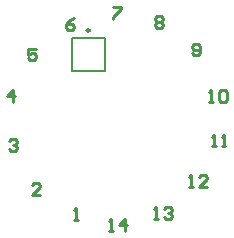
<source format=gto>
G04 Layer_Color=65535*
%FSLAX25Y25*%
%MOIN*%
G70*
G01*
G75*
%ADD13C,0.00984*%
%ADD14C,0.00787*%
%ADD15C,0.01000*%
D13*
X-7283Y31496D02*
G03*
X-7283Y31496I-492J0D01*
G01*
D14*
X-13287Y17913D02*
Y28937D01*
X-13287Y17913D02*
X-2264D01*
Y28937D01*
X-13287Y28937D02*
X-2264D01*
D15*
X-12598Y-31791D02*
X-11287D01*
X-11942D01*
Y-27856D01*
X-12598Y-28512D01*
X-23754Y-23327D02*
X-26378D01*
X-23754Y-20703D01*
Y-20047D01*
X-24410Y-19391D01*
X-25722D01*
X-26378Y-20047D01*
X-34055Y-5480D02*
X-33399Y-4824D01*
X-32087D01*
X-31431Y-5480D01*
Y-6136D01*
X-32087Y-6792D01*
X-32743D01*
X-32087D01*
X-31431Y-7448D01*
Y-8104D01*
X-32087Y-8760D01*
X-33399D01*
X-34055Y-8104D01*
X-32875Y7677D02*
Y11613D01*
X-34843Y9645D01*
X-32219D01*
X-25231Y25392D02*
X-27854D01*
Y23425D01*
X-26542Y24081D01*
X-25886D01*
X-25231Y23425D01*
Y22113D01*
X-25886Y21457D01*
X-27198D01*
X-27854Y22113D01*
X-12534Y35530D02*
X-13846Y34874D01*
X-15157Y33562D01*
Y32250D01*
X-14502Y31594D01*
X-13190D01*
X-12534Y32250D01*
Y32906D01*
X-13190Y33562D01*
X-15157D01*
X492Y39270D02*
X3116D01*
Y38614D01*
X492Y35991D01*
Y35335D01*
X14567Y35465D02*
X15223Y36121D01*
X16535D01*
X17191Y35465D01*
Y34809D01*
X16535Y34153D01*
X17191Y33497D01*
Y32841D01*
X16535Y32185D01*
X15223D01*
X14567Y32841D01*
Y33497D01*
X15223Y34153D01*
X14567Y34809D01*
Y35465D01*
X15223Y34153D02*
X16535D01*
X26870Y23786D02*
X27526Y23130D01*
X28838D01*
X29494Y23786D01*
Y26410D01*
X28838Y27066D01*
X27526D01*
X26870Y26410D01*
Y25754D01*
X27526Y25098D01*
X29494D01*
X32579Y7579D02*
X33891D01*
X33235D01*
Y11514D01*
X32579Y10859D01*
X35859D02*
X36514Y11514D01*
X37826D01*
X38482Y10859D01*
Y8235D01*
X37826Y7579D01*
X36514D01*
X35859Y8235D01*
Y10859D01*
X33366Y-7185D02*
X34678D01*
X34022D01*
Y-3249D01*
X33366Y-3905D01*
X36646Y-7185D02*
X37958D01*
X37302D01*
Y-3249D01*
X36646Y-3905D01*
X25787Y-20768D02*
X27099D01*
X26443D01*
Y-16832D01*
X25787Y-17488D01*
X31691Y-20768D02*
X29067D01*
X31691Y-18144D01*
Y-17488D01*
X31035Y-16832D01*
X29723D01*
X29067Y-17488D01*
X14075Y-31496D02*
X15387D01*
X14731D01*
Y-27560D01*
X14075Y-28216D01*
X17355D02*
X18011Y-27560D01*
X19322D01*
X19978Y-28216D01*
Y-28872D01*
X19322Y-29528D01*
X18666D01*
X19322D01*
X19978Y-30184D01*
Y-30840D01*
X19322Y-31496D01*
X18011D01*
X17355Y-30840D01*
X-787Y-35335D02*
X525D01*
X-131D01*
Y-31399D01*
X-787Y-32055D01*
X4460Y-35335D02*
Y-31399D01*
X2492Y-33367D01*
X5116D01*
M02*

</source>
